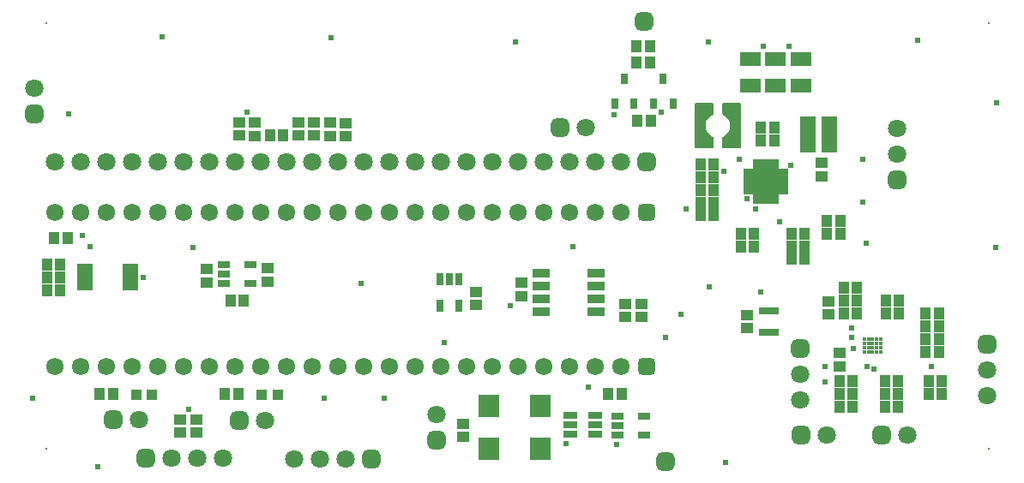
<source format=gts>
G04*
G04 #@! TF.GenerationSoftware,Altium Limited,Altium Designer,21.6.4 (81)*
G04*
G04 Layer_Color=8388736*
%FSLAX44Y44*%
%MOMM*%
G71*
G04*
G04 #@! TF.SameCoordinates,7EEBCD2D-C3DC-42FC-9086-E37A22DFF102*
G04*
G04*
G04 #@! TF.FilePolarity,Negative*
G04*
G01*
G75*
%ADD31R,1.0332X1.1432*%
%ADD32R,1.2532X0.8032*%
%ADD33R,1.1432X1.0332*%
%ADD34R,0.6532X0.6732*%
%ADD35R,2.1232X1.4232*%
%ADD36R,1.1032X0.5032*%
%ADD37R,0.5032X1.1032*%
%ADD38R,2.3532X2.3532*%
%ADD39R,0.8032X1.0532*%
%ADD40C,0.4080*%
%ADD41R,2.0032X2.2032*%
%ADD42R,1.0032X1.0032*%
%ADD43R,1.6370X0.6718*%
%ADD44R,1.4032X0.8032*%
%ADD45R,0.8032X1.2532*%
%ADD46R,1.7292X0.8532*%
%ADD47R,1.5032X3.6032*%
%ADD48C,1.8032*%
G04:AMPARAMS|DCode=49|XSize=1.8032mm|YSize=1.8032mm|CornerRadius=0.5016mm|HoleSize=0mm|Usage=FLASHONLY|Rotation=0.000|XOffset=0mm|YOffset=0mm|HoleType=Round|Shape=RoundedRectangle|*
%AMROUNDEDRECTD49*
21,1,1.8032,0.8000,0,0,0.0*
21,1,0.8000,1.8032,0,0,0.0*
1,1,1.0032,0.4000,-0.4000*
1,1,1.0032,-0.4000,-0.4000*
1,1,1.0032,-0.4000,0.4000*
1,1,1.0032,0.4000,0.4000*
%
%ADD49ROUNDEDRECTD49*%
G04:AMPARAMS|DCode=50|XSize=1.8032mm|YSize=1.8032mm|CornerRadius=0.5016mm|HoleSize=0mm|Usage=FLASHONLY|Rotation=90.000|XOffset=0mm|YOffset=0mm|HoleType=Round|Shape=RoundedRectangle|*
%AMROUNDEDRECTD50*
21,1,1.8032,0.8000,0,0,90.0*
21,1,0.8000,1.8032,0,0,90.0*
1,1,1.0032,0.4000,0.4000*
1,1,1.0032,0.4000,-0.4000*
1,1,1.0032,-0.4000,-0.4000*
1,1,1.0032,-0.4000,0.4000*
%
%ADD50ROUNDEDRECTD50*%
%ADD51C,0.2000*%
%ADD52C,1.7232*%
G04:AMPARAMS|DCode=53|XSize=1.7232mm|YSize=1.7232mm|CornerRadius=0.4816mm|HoleSize=0mm|Usage=FLASHONLY|Rotation=180.000|XOffset=0mm|YOffset=0mm|HoleType=Round|Shape=RoundedRectangle|*
%AMROUNDEDRECTD53*
21,1,1.7232,0.7600,0,0,180.0*
21,1,0.7600,1.7232,0,0,180.0*
1,1,0.9632,-0.3800,0.3800*
1,1,0.9632,0.3800,0.3800*
1,1,0.9632,0.3800,-0.3800*
1,1,0.9632,-0.3800,-0.3800*
%
%ADD53ROUNDEDRECTD53*%
%ADD54C,0.6200*%
G36*
X687383Y371510D02*
X687514Y371483D01*
X687640Y371441D01*
X687759Y371382D01*
X687870Y371308D01*
X687970Y371220D01*
X688058Y371120D01*
X688132Y371009D01*
X688191Y370890D01*
X688233Y370764D01*
X688260Y370633D01*
X688268Y370500D01*
Y360820D01*
X688271Y360780D01*
X688270Y360760D01*
X688270Y360740D01*
X688265Y360694D01*
X688262Y360648D01*
X688258Y360628D01*
X688256Y360608D01*
X688245Y360563D01*
X688236Y360517D01*
X688230Y360498D01*
X688225Y360478D01*
X688208Y360435D01*
X688193Y360391D01*
X688184Y360373D01*
X688177Y360354D01*
X688155Y360313D01*
X688134Y360271D01*
X688123Y360255D01*
X688113Y360237D01*
X688086Y360199D01*
X688060Y360161D01*
X688047Y360145D01*
X688035Y360129D01*
X688003Y360095D01*
X687973Y360061D01*
X687957Y360047D01*
X687943Y360033D01*
X687907Y360003D01*
X687872Y359973D01*
X687856Y359961D01*
X687840Y359949D01*
X687800Y359925D01*
X687762Y359899D01*
X687744Y359890D01*
X687726Y359879D01*
X686703Y359342D01*
X684851Y358004D01*
X683300Y356359D01*
X682086Y354453D01*
X681251Y352352D01*
X680826Y350132D01*
X680826Y347871D01*
X681250Y345651D01*
X682084Y343550D01*
X683298Y341643D01*
X684849Y339999D01*
X686700Y338660D01*
X687680Y338145D01*
X687684Y338143D01*
X687707Y338131D01*
X687723Y338122D01*
X687726Y338120D01*
X687759Y338104D01*
X687779Y338091D01*
X687801Y338079D01*
X687833Y338055D01*
X687837Y338053D01*
X687840Y338050D01*
X687870Y338030D01*
X687888Y338014D01*
X687908Y338000D01*
X687936Y337972D01*
X687940Y337969D01*
X687943Y337966D01*
X687970Y337942D01*
X687986Y337924D01*
X688004Y337907D01*
X688028Y337877D01*
X688032Y337872D01*
X688035Y337868D01*
X688058Y337842D01*
X688071Y337822D01*
X688087Y337803D01*
X688106Y337771D01*
X688110Y337765D01*
X688113Y337760D01*
X688132Y337732D01*
X688143Y337710D01*
X688155Y337689D01*
X688170Y337655D01*
X688174Y337648D01*
X688176Y337641D01*
X688191Y337612D01*
X688198Y337589D01*
X688208Y337566D01*
X688218Y337533D01*
X688222Y337523D01*
X688224Y337515D01*
X688233Y337486D01*
X688238Y337462D01*
X688245Y337439D01*
X688250Y337406D01*
X688253Y337394D01*
X688254Y337384D01*
X688260Y337355D01*
X688261Y337331D01*
X688265Y337307D01*
X688265Y337275D01*
X688267Y337261D01*
X688266Y337249D01*
X688268Y337223D01*
Y327500D01*
X688260Y327367D01*
X688233Y327237D01*
X688191Y327110D01*
X688132Y326991D01*
X688058Y326880D01*
X687970Y326780D01*
X687870Y326692D01*
X687759Y326618D01*
X687640Y326559D01*
X687514Y326516D01*
X687383Y326491D01*
X687250Y326482D01*
X671250D01*
X671117Y326491D01*
X670986Y326516D01*
X670860Y326559D01*
X670741Y326618D01*
X670630Y326692D01*
X670530Y326780D01*
X670442Y326880D01*
X670368Y326991D01*
X670309Y327110D01*
X670266Y327237D01*
X670240Y327367D01*
X670232Y327500D01*
Y370500D01*
X670240Y370633D01*
X670266Y370764D01*
X670309Y370890D01*
X670368Y371009D01*
X670442Y371120D01*
X670530Y371220D01*
X670630Y371308D01*
X670741Y371382D01*
X670860Y371441D01*
X670986Y371483D01*
X671117Y371510D01*
X671250Y371518D01*
X687250D01*
X687383Y371510D01*
D02*
G37*
G36*
X714383D02*
X714513Y371483D01*
X714640Y371441D01*
X714759Y371382D01*
X714870Y371308D01*
X714970Y371220D01*
X715058Y371120D01*
X715132Y371009D01*
X715191Y370890D01*
X715234Y370764D01*
X715259Y370633D01*
X715268Y370500D01*
Y327500D01*
X715259Y327367D01*
X715234Y327237D01*
X715191Y327110D01*
X715132Y326991D01*
X715058Y326880D01*
X714970Y326780D01*
X714870Y326692D01*
X714759Y326618D01*
X714640Y326559D01*
X714513Y326516D01*
X714383Y326491D01*
X714250Y326482D01*
X698250D01*
X698117Y326491D01*
X697987Y326516D01*
X697860Y326559D01*
X697741Y326618D01*
X697630Y326692D01*
X697530Y326780D01*
X697442Y326880D01*
X697368Y326991D01*
X697309Y327110D01*
X697266Y327237D01*
X697241Y327367D01*
X697232Y327500D01*
Y337175D01*
X697229Y337210D01*
X697231Y337235D01*
X697230Y337260D01*
X697234Y337301D01*
X697237Y337343D01*
X697241Y337367D01*
X697244Y337393D01*
X697254Y337433D01*
X697261Y337474D01*
X697269Y337498D01*
X697275Y337522D01*
X697290Y337560D01*
X697303Y337600D01*
X697314Y337623D01*
X697323Y337646D01*
X697343Y337683D01*
X697361Y337720D01*
X697374Y337741D01*
X697386Y337763D01*
X697411Y337797D01*
X697434Y337832D01*
X697450Y337851D01*
X697465Y337871D01*
X697494Y337901D01*
X697521Y337933D01*
X697539Y337949D01*
X697557Y337967D01*
X697589Y337994D01*
X697620Y338021D01*
X697641Y338036D01*
X697660Y338051D01*
X697695Y338073D01*
X697730Y338096D01*
X697752Y338108D01*
X697774Y338121D01*
X698797Y338658D01*
X700649Y339996D01*
X702200Y341641D01*
X703414Y343547D01*
X704249Y345648D01*
X704674Y347868D01*
X704674Y350129D01*
X704250Y352349D01*
X703416Y354450D01*
X702202Y356357D01*
X700651Y358001D01*
X698800Y359340D01*
X697820Y359855D01*
X697816Y359857D01*
X697795Y359868D01*
X697777Y359878D01*
X697773Y359880D01*
X697741Y359896D01*
X697721Y359909D01*
X697699Y359921D01*
X697668Y359944D01*
X697663Y359947D01*
X697660Y359950D01*
X697630Y359970D01*
X697612Y359986D01*
X697592Y360000D01*
X697564Y360028D01*
X697560Y360031D01*
X697557Y360034D01*
X697530Y360058D01*
X697514Y360076D01*
X697496Y360093D01*
X697473Y360123D01*
X697468Y360128D01*
X697465Y360132D01*
X697442Y360158D01*
X697429Y360178D01*
X697413Y360197D01*
X697394Y360229D01*
X697390Y360235D01*
X697387Y360241D01*
X697368Y360269D01*
X697357Y360290D01*
X697345Y360312D01*
X697330Y360344D01*
X697326Y360353D01*
X697323Y360359D01*
X697309Y360388D01*
X697301Y360411D01*
X697292Y360434D01*
X697282Y360467D01*
X697278Y360477D01*
X697276Y360485D01*
X697266Y360514D01*
X697262Y360538D01*
X697255Y360562D01*
X697250Y360594D01*
X697247Y360606D01*
X697246Y360617D01*
X697241Y360645D01*
X697239Y360669D01*
X697235Y360693D01*
X697235Y360724D01*
X697233Y360739D01*
X697234Y360751D01*
X697232Y360778D01*
Y370500D01*
X697241Y370633D01*
X697266Y370764D01*
X697309Y370890D01*
X697368Y371009D01*
X697442Y371120D01*
X697530Y371220D01*
X697630Y371308D01*
X697741Y371382D01*
X697860Y371441D01*
X697987Y371483D01*
X698117Y371510D01*
X698250Y371518D01*
X714250D01*
X714383Y371510D01*
D02*
G37*
D31*
X858400Y176000D02*
D03*
X871600D02*
D03*
X613150Y354250D02*
D03*
X626350D02*
D03*
X688600Y310500D02*
D03*
X675400D02*
D03*
X250650Y339750D02*
D03*
X263850D02*
D03*
X625850Y427250D02*
D03*
X612650D02*
D03*
X625850Y411750D02*
D03*
X612650D02*
D03*
X748600Y346750D02*
D03*
X735400D02*
D03*
X748600Y334250D02*
D03*
X735400D02*
D03*
X813600Y242250D02*
D03*
X800400D02*
D03*
X813600Y254750D02*
D03*
X800400D02*
D03*
X778600Y217250D02*
D03*
X765400D02*
D03*
Y229750D02*
D03*
X778600D02*
D03*
Y242250D02*
D03*
X765400D02*
D03*
X715400D02*
D03*
X728600D02*
D03*
X715400Y229750D02*
D03*
X728600D02*
D03*
X675400Y260500D02*
D03*
X688600D02*
D03*
X675400Y285500D02*
D03*
X688600D02*
D03*
Y273000D02*
D03*
X675400D02*
D03*
X688600Y298000D02*
D03*
X675400D02*
D03*
X857650Y71093D02*
D03*
X870850D02*
D03*
X812650D02*
D03*
X825850D02*
D03*
X812650Y83593D02*
D03*
X825850D02*
D03*
X913850D02*
D03*
X900650D02*
D03*
X913850Y96093D02*
D03*
X900650D02*
D03*
X857650Y83593D02*
D03*
X870850D02*
D03*
X857650Y96093D02*
D03*
X870850D02*
D03*
X825850D02*
D03*
X812650D02*
D03*
X910850Y125592D02*
D03*
X897650D02*
D03*
X910850Y138092D02*
D03*
X897650D02*
D03*
Y150592D02*
D03*
X910850D02*
D03*
Y163092D02*
D03*
X897650D02*
D03*
X858400D02*
D03*
X871600D02*
D03*
X816900Y188500D02*
D03*
X830100D02*
D03*
X816900Y176000D02*
D03*
X830100D02*
D03*
Y163092D02*
D03*
X816900D02*
D03*
X597850Y84000D02*
D03*
X584650D02*
D03*
X50850Y238250D02*
D03*
X37650D02*
D03*
X82650Y83500D02*
D03*
X95850D02*
D03*
X219250D02*
D03*
X206050D02*
D03*
X211650Y176250D02*
D03*
X224850D02*
D03*
X43600Y186000D02*
D03*
X30400D02*
D03*
X43600Y211500D02*
D03*
X30400D02*
D03*
X43600Y198750D02*
D03*
X30400D02*
D03*
D32*
X594000Y62000D02*
D03*
Y52500D02*
D03*
Y43000D02*
D03*
X620000D02*
D03*
Y62000D02*
D03*
X205250Y212000D02*
D03*
Y202500D02*
D03*
Y193000D02*
D03*
X231250D02*
D03*
Y212000D02*
D03*
D33*
X721500Y162100D02*
D03*
Y148900D02*
D03*
X178250Y45400D02*
D03*
Y58600D02*
D03*
X162250Y45400D02*
D03*
Y58600D02*
D03*
X454000Y184850D02*
D03*
Y171650D02*
D03*
X617250Y173100D02*
D03*
Y159900D02*
D03*
X601500Y173100D02*
D03*
Y159900D02*
D03*
X498500Y193600D02*
D03*
Y180400D02*
D03*
X794750Y312350D02*
D03*
Y299150D02*
D03*
X813000Y110992D02*
D03*
Y124192D02*
D03*
X802008Y175600D02*
D03*
Y162400D02*
D03*
X441507Y41150D02*
D03*
Y54350D02*
D03*
X188258Y207350D02*
D03*
Y194150D02*
D03*
X248242Y208100D02*
D03*
Y194900D02*
D03*
X325500Y338400D02*
D03*
Y351600D02*
D03*
X278750Y339150D02*
D03*
Y352350D02*
D03*
X309750Y338900D02*
D03*
Y352100D02*
D03*
X294193Y352350D02*
D03*
Y339150D02*
D03*
X235758Y338900D02*
D03*
Y352100D02*
D03*
X220250Y339150D02*
D03*
Y352350D02*
D03*
D34*
X749750Y166100D02*
D03*
X743250D02*
D03*
X736750D02*
D03*
Y144400D02*
D03*
X743250D02*
D03*
X749750D02*
D03*
D35*
X724500Y415250D02*
D03*
Y388250D02*
D03*
X775000Y415250D02*
D03*
Y388250D02*
D03*
X749758Y415250D02*
D03*
Y388250D02*
D03*
D36*
X723000Y303750D02*
D03*
Y298750D02*
D03*
Y293750D02*
D03*
Y288750D02*
D03*
Y283750D02*
D03*
X757000D02*
D03*
Y288750D02*
D03*
Y293750D02*
D03*
Y298750D02*
D03*
Y303750D02*
D03*
D37*
X730000Y276750D02*
D03*
X735000D02*
D03*
X740000D02*
D03*
X745000D02*
D03*
X750000D02*
D03*
Y310750D02*
D03*
X745000D02*
D03*
X740000D02*
D03*
X735000D02*
D03*
X730000D02*
D03*
D38*
X740000Y293750D02*
D03*
D39*
X590965Y370750D02*
D03*
X609965D02*
D03*
X600465Y395750D02*
D03*
X629408Y370500D02*
D03*
X648408D02*
D03*
X638908Y395500D02*
D03*
D40*
X837500Y137592D02*
D03*
X841500D02*
D03*
X845500D02*
D03*
X849500D02*
D03*
X853500D02*
D03*
X837500Y133592D02*
D03*
X841500D02*
D03*
X845500D02*
D03*
X849500D02*
D03*
X853500D02*
D03*
X837500Y129593D02*
D03*
X841500D02*
D03*
X845500D02*
D03*
X849500D02*
D03*
X853500D02*
D03*
X837500Y125592D02*
D03*
X841500D02*
D03*
X845500D02*
D03*
X849500D02*
D03*
X853500D02*
D03*
D41*
X466750Y30000D02*
D03*
X517550D02*
D03*
Y72000D02*
D03*
X466750D02*
D03*
D42*
X242500Y82800D02*
D03*
X258500D02*
D03*
X118293D02*
D03*
X134293D02*
D03*
D43*
X68152Y208750D02*
D03*
Y202250D02*
D03*
Y195750D02*
D03*
Y189250D02*
D03*
X112348D02*
D03*
Y195750D02*
D03*
Y202250D02*
D03*
Y208750D02*
D03*
D44*
X571750Y63000D02*
D03*
Y53500D02*
D03*
Y44000D02*
D03*
X546750D02*
D03*
Y53500D02*
D03*
Y63000D02*
D03*
D45*
X437000Y197000D02*
D03*
X427500D02*
D03*
X418000D02*
D03*
Y171000D02*
D03*
X437000D02*
D03*
D46*
X572120Y164700D02*
D03*
Y177400D02*
D03*
Y190100D02*
D03*
Y202800D02*
D03*
X517880D02*
D03*
Y190100D02*
D03*
Y177400D02*
D03*
Y164700D02*
D03*
D47*
X802750Y340500D02*
D03*
X781750D02*
D03*
D48*
X562700Y347093D02*
D03*
X879450Y43250D02*
D03*
X869250Y346150D02*
D03*
Y320750D02*
D03*
X799950Y43157D02*
D03*
X274650Y19500D02*
D03*
X300050D02*
D03*
X325450D02*
D03*
X204400Y20250D02*
D03*
X179000D02*
D03*
X153600D02*
D03*
X774000Y77850D02*
D03*
Y103250D02*
D03*
X415000Y63200D02*
D03*
X245700Y57807D02*
D03*
X121450Y58507D02*
D03*
X18000Y386200D02*
D03*
X37900Y313150D02*
D03*
X63300D02*
D03*
X88700D02*
D03*
X114100D02*
D03*
X139500D02*
D03*
X266500D02*
D03*
X342700D02*
D03*
X368100D02*
D03*
X393500D02*
D03*
X444300D02*
D03*
X469700D02*
D03*
X520500D02*
D03*
X571300D02*
D03*
X596700D02*
D03*
X545900D02*
D03*
X495100D02*
D03*
X418900D02*
D03*
X317300D02*
D03*
X291900D02*
D03*
X241100D02*
D03*
X215700D02*
D03*
X190300D02*
D03*
X164900D02*
D03*
X958750Y82200D02*
D03*
Y107600D02*
D03*
D49*
X537300Y347093D02*
D03*
X619750Y452000D02*
D03*
X854050Y43250D02*
D03*
X641250Y17000D02*
D03*
X774550Y43157D02*
D03*
X350850Y19500D02*
D03*
X128200Y20250D02*
D03*
X220300Y57807D02*
D03*
X96050Y58507D02*
D03*
X622100Y313150D02*
D03*
D50*
X869250Y295350D02*
D03*
X774000Y128650D02*
D03*
X415000Y37800D02*
D03*
X18000Y360800D02*
D03*
X958750Y133000D02*
D03*
D51*
X960000Y30000D02*
D03*
Y450000D02*
D03*
X30000D02*
D03*
Y30000D02*
D03*
D52*
X215700Y110750D02*
D03*
X241100D02*
D03*
X342700D02*
D03*
X393500D02*
D03*
X469700D02*
D03*
X571300D02*
D03*
X596700D02*
D03*
X545900D02*
D03*
X520500D02*
D03*
X495100D02*
D03*
X444300D02*
D03*
X418900D02*
D03*
X368100D02*
D03*
X317300D02*
D03*
X291900D02*
D03*
X266500D02*
D03*
X190300D02*
D03*
X164900D02*
D03*
X139500D02*
D03*
X114100D02*
D03*
X88700D02*
D03*
X63300D02*
D03*
X37900D02*
D03*
X215700Y263150D02*
D03*
X241100D02*
D03*
X342700D02*
D03*
X393500D02*
D03*
X469700D02*
D03*
X571300D02*
D03*
X596700D02*
D03*
X545900D02*
D03*
X520500D02*
D03*
X495100D02*
D03*
X444300D02*
D03*
X418900D02*
D03*
X368100D02*
D03*
X317300D02*
D03*
X291900D02*
D03*
X266500D02*
D03*
X190300D02*
D03*
X164900D02*
D03*
X139500D02*
D03*
X114100D02*
D03*
X88700D02*
D03*
X63300D02*
D03*
X37900D02*
D03*
D53*
X622100Y110750D02*
D03*
Y263150D02*
D03*
D54*
X839250Y232750D02*
D03*
X835750Y273750D02*
D03*
X835500Y315500D02*
D03*
X227750Y362500D02*
D03*
X30400Y211500D02*
D03*
Y186000D02*
D03*
X816900Y176000D02*
D03*
X871600D02*
D03*
X729681Y266500D02*
D03*
X170250Y68500D02*
D03*
X590500Y359750D02*
D03*
X798750Y95750D02*
D03*
Y111250D02*
D03*
X597850Y84000D02*
D03*
X16000Y79750D02*
D03*
X80750Y12250D02*
D03*
X363500Y79750D02*
D03*
X304000Y80000D02*
D03*
X656000Y162500D02*
D03*
X549500Y229250D02*
D03*
X340500Y193250D02*
D03*
X684250Y190000D02*
D03*
X734750Y184714D02*
D03*
X640750Y140000D02*
D03*
X748600Y346750D02*
D03*
X700500Y16000D02*
D03*
X967250Y228500D02*
D03*
X968250Y371500D02*
D03*
X890000Y433500D02*
D03*
X683000Y431500D02*
D03*
X493250D02*
D03*
X310750Y436000D02*
D03*
X143750Y436750D02*
D03*
X422750Y135000D02*
D03*
X51700Y360800D02*
D03*
X592750Y33500D02*
D03*
X542500Y34750D02*
D03*
X441507Y41150D02*
D03*
X248242Y194900D02*
D03*
X188258Y194150D02*
D03*
X65250Y240750D02*
D03*
X30400Y198750D02*
D03*
X125750Y199000D02*
D03*
X763000Y427750D02*
D03*
X738000Y427500D02*
D03*
X794750Y299150D02*
D03*
X800400Y242250D02*
D03*
X728600Y229750D02*
D03*
X661000Y266500D02*
D03*
X698500Y304250D02*
D03*
X636500Y362250D02*
D03*
X517550Y30000D02*
D03*
X721500Y148900D02*
D03*
X900650Y96093D02*
D03*
X825850D02*
D03*
X897650Y125592D02*
D03*
X903250Y110500D02*
D03*
X824500Y140000D02*
D03*
X826092Y128750D02*
D03*
X765000Y310250D02*
D03*
X745000Y289000D02*
D03*
X735250D02*
D03*
X744885Y298635D02*
D03*
X735115D02*
D03*
X713500Y315750D02*
D03*
X721500Y276500D02*
D03*
X778600Y217250D02*
D03*
X753450Y254200D02*
D03*
X800400Y254750D02*
D03*
X735400Y346750D02*
D03*
X325500Y351500D02*
D03*
X900650Y83593D02*
D03*
X910850Y163092D02*
D03*
X813000Y124192D02*
D03*
X846750Y108000D02*
D03*
X857650Y71093D02*
D03*
X825850D02*
D03*
X840000Y111000D02*
D03*
X897650Y138092D02*
D03*
X824750Y149250D02*
D03*
X488025Y171000D02*
D03*
X565250Y90500D02*
D03*
X174250Y229000D02*
D03*
X73000Y229500D02*
D03*
X294193Y339150D02*
D03*
M02*

</source>
